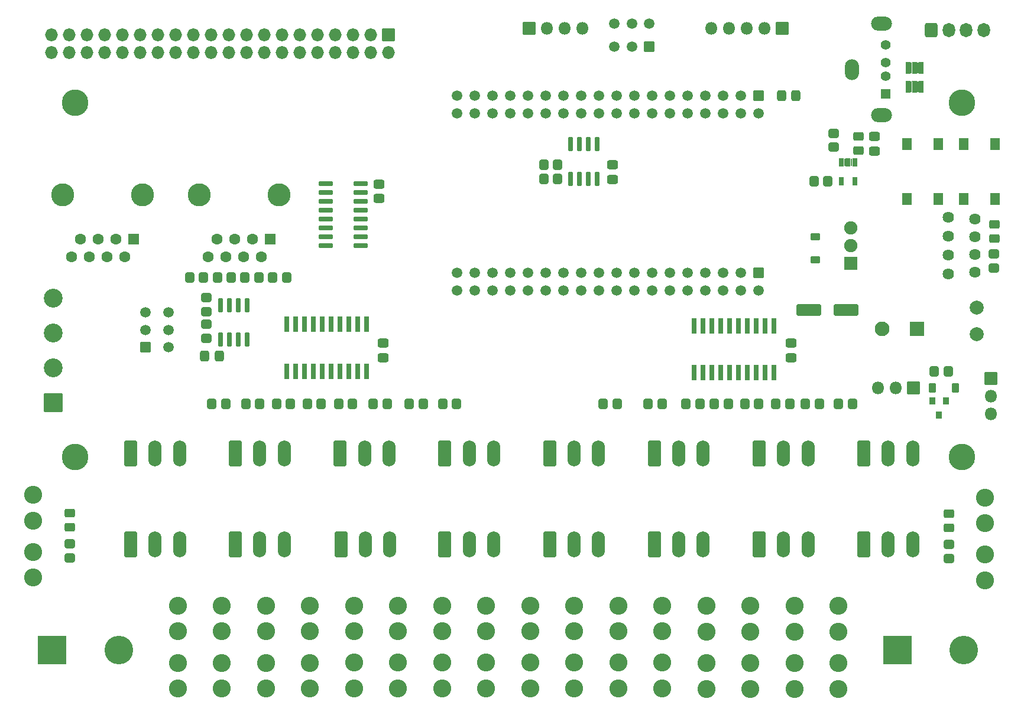
<source format=gbr>
%TF.GenerationSoftware,KiCad,Pcbnew,(6.0.5)*%
%TF.CreationDate,2022-06-04T16:09:32-04:00*%
%TF.ProjectId,PB_16,50425f31-362e-46b6-9963-61645f706362,v2.1*%
%TF.SameCoordinates,Original*%
%TF.FileFunction,Soldermask,Top*%
%TF.FilePolarity,Negative*%
%FSLAX46Y46*%
G04 Gerber Fmt 4.6, Leading zero omitted, Abs format (unit mm)*
G04 Created by KiCad (PCBNEW (6.0.5)) date 2022-06-04 16:09:32*
%MOMM*%
%LPD*%
G01*
G04 APERTURE LIST*
G04 Aperture macros list*
%AMRoundRect*
0 Rectangle with rounded corners*
0 $1 Rounding radius*
0 $2 $3 $4 $5 $6 $7 $8 $9 X,Y pos of 4 corners*
0 Add a 4 corners polygon primitive as box body*
4,1,4,$2,$3,$4,$5,$6,$7,$8,$9,$2,$3,0*
0 Add four circle primitives for the rounded corners*
1,1,$1+$1,$2,$3*
1,1,$1+$1,$4,$5*
1,1,$1+$1,$6,$7*
1,1,$1+$1,$8,$9*
0 Add four rect primitives between the rounded corners*
20,1,$1+$1,$2,$3,$4,$5,0*
20,1,$1+$1,$4,$5,$6,$7,0*
20,1,$1+$1,$6,$7,$8,$9,0*
20,1,$1+$1,$8,$9,$2,$3,0*%
G04 Aperture macros list end*
%ADD10RoundRect,0.301000X0.337500X0.475000X-0.337500X0.475000X-0.337500X-0.475000X0.337500X-0.475000X0*%
%ADD11C,2.577000*%
%ADD12RoundRect,0.301000X-0.650000X-1.550000X0.650000X-1.550000X0.650000X1.550000X-0.650000X1.550000X0*%
%ADD13O,1.902000X3.702000*%
%ADD14C,3.802000*%
%ADD15RoundRect,0.051000X-0.279400X1.079500X-0.279400X-1.079500X0.279400X-1.079500X0.279400X1.079500X0*%
%ADD16RoundRect,0.300999X-0.450001X0.325001X-0.450001X-0.325001X0.450001X-0.325001X0.450001X0.325001X0*%
%ADD17RoundRect,0.301000X-0.450000X0.350000X-0.450000X-0.350000X0.450000X-0.350000X0.450000X0.350000X0*%
%ADD18RoundRect,0.051000X-0.850000X0.850000X-0.850000X-0.850000X0.850000X-0.850000X0.850000X0.850000X0*%
%ADD19O,1.802000X1.802000*%
%ADD20RoundRect,0.051000X-0.850000X-0.850000X0.850000X-0.850000X0.850000X0.850000X-0.850000X0.850000X0*%
%ADD21RoundRect,0.051000X0.650000X-0.650000X0.650000X0.650000X-0.650000X0.650000X-0.650000X-0.650000X0*%
%ADD22C,1.402000*%
%ADD23O,2.002000X3.002000*%
%ADD24O,3.002000X2.002000*%
%ADD25RoundRect,0.301000X0.350000X0.450000X-0.350000X0.450000X-0.350000X-0.450000X0.350000X-0.450000X0*%
%ADD26RoundRect,0.301000X0.475000X-0.337500X0.475000X0.337500X-0.475000X0.337500X-0.475000X-0.337500X0*%
%ADD27RoundRect,0.070000X0.300000X0.525000X-0.300000X0.525000X-0.300000X-0.525000X0.300000X-0.525000X0*%
%ADD28RoundRect,0.301000X-0.475000X0.337500X-0.475000X-0.337500X0.475000X-0.337500X0.475000X0.337500X0*%
%ADD29RoundRect,0.201000X0.150000X-0.825000X0.150000X0.825000X-0.150000X0.825000X-0.150000X-0.825000X0*%
%ADD30RoundRect,0.201000X-0.150000X0.825000X-0.150000X-0.825000X0.150000X-0.825000X0.150000X0.825000X0*%
%ADD31RoundRect,0.301000X1.500000X0.550000X-1.500000X0.550000X-1.500000X-0.550000X1.500000X-0.550000X0*%
%ADD32RoundRect,0.051000X1.000000X1.000000X-1.000000X1.000000X-1.000000X-1.000000X1.000000X-1.000000X0*%
%ADD33C,2.102000*%
%ADD34RoundRect,0.300999X0.450001X-0.325001X0.450001X0.325001X-0.450001X0.325001X-0.450001X-0.325001X0*%
%ADD35RoundRect,0.301000X0.450000X-0.350000X0.450000X0.350000X-0.450000X0.350000X-0.450000X-0.350000X0*%
%ADD36RoundRect,0.051000X-0.900000X0.900000X-0.900000X-0.900000X0.900000X-0.900000X0.900000X0.900000X0*%
%ADD37C,1.902000*%
%ADD38C,1.626000*%
%ADD39RoundRect,0.051000X-0.600000X0.450000X-0.600000X-0.450000X0.600000X-0.450000X0.600000X0.450000X0*%
%ADD40RoundRect,0.301000X-0.337500X-0.475000X0.337500X-0.475000X0.337500X0.475000X-0.337500X0.475000X0*%
%ADD41RoundRect,0.051000X1.300000X-1.300000X1.300000X1.300000X-1.300000X1.300000X-1.300000X-1.300000X0*%
%ADD42C,2.702000*%
%ADD43RoundRect,0.051000X-0.704000X0.704000X-0.704000X-0.704000X0.704000X-0.704000X0.704000X0.704000X0*%
%ADD44C,1.510000*%
%ADD45RoundRect,0.051000X-0.863600X0.863600X-0.863600X-0.863600X0.863600X-0.863600X0.863600X0.863600X0*%
%ADD46O,1.829200X1.829200*%
%ADD47RoundRect,0.051000X0.850000X-0.850000X0.850000X0.850000X-0.850000X0.850000X-0.850000X-0.850000X0*%
%ADD48RoundRect,0.051000X0.700000X0.700000X-0.700000X0.700000X-0.700000X-0.700000X0.700000X-0.700000X0*%
%ADD49C,1.502000*%
%ADD50C,3.302000*%
%ADD51RoundRect,0.051000X0.750000X0.750000X-0.750000X0.750000X-0.750000X-0.750000X0.750000X-0.750000X0*%
%ADD52C,1.602000*%
%ADD53RoundRect,0.051000X-0.450000X-0.600000X0.450000X-0.600000X0.450000X0.600000X-0.450000X0.600000X0*%
%ADD54RoundRect,0.051000X-0.400000X0.450000X-0.400000X-0.450000X0.400000X-0.450000X0.400000X0.450000X0*%
%ADD55RoundRect,0.301000X-0.350000X-0.450000X0.350000X-0.450000X0.350000X0.450000X-0.350000X0.450000X0*%
%ADD56RoundRect,0.051000X-2.000000X-2.000000X2.000000X-2.000000X2.000000X2.000000X-2.000000X2.000000X0*%
%ADD57C,4.102000*%
%ADD58RoundRect,0.201000X-0.825000X-0.150000X0.825000X-0.150000X0.825000X0.150000X-0.825000X0.150000X0*%
%ADD59C,2.006000*%
%ADD60RoundRect,0.051000X0.700000X-0.700000X0.700000X0.700000X-0.700000X0.700000X-0.700000X-0.700000X0*%
%ADD61RoundRect,0.051000X-0.325000X0.780000X-0.325000X-0.780000X0.325000X-0.780000X0.325000X0.780000X0*%
%ADD62RoundRect,0.301000X-0.600000X-0.725000X0.600000X-0.725000X0.600000X0.725000X-0.600000X0.725000X0*%
%ADD63O,1.802000X2.052000*%
%ADD64RoundRect,0.051000X0.650000X-0.775000X0.650000X0.775000X-0.650000X0.775000X-0.650000X-0.775000X0*%
G04 APERTURE END LIST*
D10*
%TO.C,C7*%
X101770300Y-102612600D03*
X99695300Y-102612600D03*
%TD*%
D11*
%TO.C,F17*%
X75178800Y-134402600D03*
X75178800Y-130702600D03*
X75178800Y-126202600D03*
X75178800Y-122502600D03*
%TD*%
D12*
%TO.C,J2*%
X89100000Y-129600000D03*
D13*
X92600000Y-129600000D03*
X96100000Y-129600000D03*
%TD*%
D12*
%TO.C,J5*%
X119100000Y-116600000D03*
D13*
X122600000Y-116600000D03*
X126100000Y-116600000D03*
%TD*%
D12*
%TO.C,J6*%
X119214342Y-129600000D03*
D13*
X122714342Y-129600000D03*
X126214342Y-129600000D03*
%TD*%
D12*
%TO.C,J7*%
X134100000Y-116600000D03*
D13*
X137600000Y-116600000D03*
X141100000Y-116600000D03*
%TD*%
D12*
%TO.C,J8*%
X134100000Y-129600000D03*
D13*
X137600000Y-129600000D03*
X141100000Y-129600000D03*
%TD*%
D12*
%TO.C,J9*%
X149100000Y-116600000D03*
D13*
X152600000Y-116600000D03*
X156100000Y-116600000D03*
%TD*%
D12*
%TO.C,J10*%
X149100000Y-129600000D03*
D13*
X152600000Y-129600000D03*
X156100000Y-129600000D03*
%TD*%
D12*
%TO.C,J11*%
X164100000Y-116600000D03*
D13*
X167600000Y-116600000D03*
X171100000Y-116600000D03*
%TD*%
D12*
%TO.C,J12*%
X164100000Y-129600000D03*
D13*
X167600000Y-129600000D03*
X171100000Y-129600000D03*
%TD*%
D12*
%TO.C,J13*%
X179100000Y-116600000D03*
D13*
X182600000Y-116600000D03*
X186100000Y-116600000D03*
%TD*%
D12*
%TO.C,J14*%
X179100000Y-129600000D03*
D13*
X182600000Y-129600000D03*
X186100000Y-129600000D03*
%TD*%
D12*
%TO.C,J15*%
X194100000Y-116600000D03*
D13*
X197600000Y-116600000D03*
X201100000Y-116600000D03*
%TD*%
D12*
%TO.C,J16*%
X194100000Y-129600000D03*
D13*
X197600000Y-129600000D03*
X201100000Y-129600000D03*
%TD*%
D11*
%TO.C,F1*%
X95878800Y-150302600D03*
X95878800Y-146602600D03*
X95878800Y-142102600D03*
X95878800Y-138402600D03*
%TD*%
%TO.C,F7*%
X133718796Y-150298600D03*
X133718796Y-146598600D03*
X133718796Y-142098600D03*
X133718796Y-138398600D03*
%TD*%
D14*
%TO.C,REF\u002A\u002A*%
X208127600Y-117118600D03*
%TD*%
D11*
%TO.C,F2*%
X102185466Y-150302600D03*
X102185466Y-146602600D03*
X102185466Y-142102600D03*
X102185466Y-138402600D03*
%TD*%
%TO.C,F6*%
X127412130Y-150298600D03*
X127412130Y-146598600D03*
X127412130Y-142098600D03*
X127412130Y-138398600D03*
%TD*%
%TO.C,F8*%
X140025462Y-150298600D03*
X140025462Y-146598600D03*
X140025462Y-142098600D03*
X140025462Y-138398600D03*
%TD*%
%TO.C,F9*%
X146332128Y-150298600D03*
X146332128Y-146598600D03*
X146332128Y-142098600D03*
X146332128Y-138398600D03*
%TD*%
%TO.C,F10*%
X152638794Y-150298600D03*
X152638794Y-146598600D03*
X152638794Y-142098600D03*
X152638794Y-138398600D03*
%TD*%
%TO.C,F5*%
X121105464Y-150298600D03*
X121105464Y-146598600D03*
X121105464Y-142098600D03*
X121105464Y-138398600D03*
%TD*%
%TO.C,F3*%
X108492132Y-150303600D03*
X108492132Y-146603600D03*
X108492132Y-142103600D03*
X108492132Y-138403600D03*
%TD*%
%TO.C,F11*%
X158945460Y-150298600D03*
X158945460Y-146598600D03*
X158945460Y-142098600D03*
X158945460Y-138398600D03*
%TD*%
%TO.C,F4*%
X114798798Y-150303600D03*
X114798798Y-146603600D03*
X114798798Y-142103600D03*
X114798798Y-138403600D03*
%TD*%
D12*
%TO.C,J1*%
X89100000Y-116600000D03*
D13*
X92600000Y-116600000D03*
X96100000Y-116600000D03*
%TD*%
D12*
%TO.C,J3*%
X104100000Y-116600000D03*
D13*
X107600000Y-116600000D03*
X111100000Y-116600000D03*
%TD*%
D12*
%TO.C,J4*%
X104100000Y-129600000D03*
D13*
X107600000Y-129600000D03*
X111100000Y-129600000D03*
%TD*%
D11*
%TO.C,F12*%
X165252126Y-150294800D03*
X165252126Y-146594800D03*
X165252126Y-142094800D03*
X165252126Y-138394800D03*
%TD*%
D14*
%TO.C,REF\u002A\u002A*%
X81127600Y-66318600D03*
%TD*%
%TO.C,REF\u002A\u002A*%
X208127600Y-66318600D03*
%TD*%
D15*
%TO.C,U4*%
X122881600Y-98066000D03*
X121611600Y-98066000D03*
X120341600Y-98066000D03*
X119071600Y-98066000D03*
X117801600Y-98066000D03*
X116531600Y-98066000D03*
X115261600Y-98066000D03*
X113991600Y-98066000D03*
X112721600Y-98066000D03*
X111451600Y-98066000D03*
X111451600Y-104822400D03*
X112721600Y-104822400D03*
X113991600Y-104822400D03*
X115261600Y-104822400D03*
X116531600Y-104822400D03*
X117801600Y-104822400D03*
X119071600Y-104822400D03*
X120341600Y-104822400D03*
X121611600Y-104822400D03*
X122881600Y-104822400D03*
%TD*%
D16*
%TO.C,D1*%
X80413800Y-125108000D03*
X80413800Y-127158000D03*
%TD*%
%TO.C,D2*%
X206320600Y-125209600D03*
X206320600Y-127259600D03*
%TD*%
D14*
%TO.C,REF\u002A\u002A*%
X81127600Y-117118600D03*
%TD*%
D17*
%TO.C,R1*%
X80413800Y-129552600D03*
X80413800Y-131552600D03*
%TD*%
%TO.C,R2*%
X206320600Y-129654200D03*
X206320600Y-131654200D03*
%TD*%
D18*
%TO.C,J23*%
X201178800Y-107202600D03*
D19*
X198638800Y-107202600D03*
X196098800Y-107202600D03*
%TD*%
D11*
%TO.C,F18*%
X211426000Y-134802600D03*
X211426000Y-131102600D03*
X211426000Y-126602600D03*
X211426000Y-122902600D03*
%TD*%
D20*
%TO.C,J29*%
X212278800Y-105813000D03*
D19*
X212278800Y-108353000D03*
X212278800Y-110893000D03*
%TD*%
D21*
%TO.C,J19*%
X197202600Y-65020720D03*
D22*
X197202600Y-62520720D03*
X197202600Y-60520720D03*
X197202600Y-58020720D03*
D23*
X192422600Y-61520720D03*
D24*
X196602600Y-68090720D03*
X196602600Y-54950720D03*
%TD*%
D25*
%TO.C,R29*%
X188956400Y-77563120D03*
X186956400Y-77563120D03*
%TD*%
D16*
%TO.C,FB1*%
X193302600Y-71145720D03*
X193302600Y-73195720D03*
%TD*%
D17*
%TO.C,R30*%
X189759800Y-70670320D03*
X189759800Y-72670320D03*
%TD*%
D26*
%TO.C,C9*%
X195602600Y-73208220D03*
X195602600Y-71133220D03*
%TD*%
D27*
%TO.C,U8*%
X192792600Y-74816120D03*
X191842600Y-74816120D03*
X190892600Y-74816120D03*
X190892600Y-77516120D03*
X192792600Y-77516120D03*
%TD*%
D28*
%TO.C,C5*%
X125269200Y-100787700D03*
X125269200Y-102862700D03*
%TD*%
D29*
%TO.C,U6*%
X101957000Y-100261600D03*
X103227000Y-100261600D03*
X104497000Y-100261600D03*
X105767000Y-100261600D03*
X105767000Y-95311600D03*
X104497000Y-95311600D03*
X103227000Y-95311600D03*
X101957000Y-95311600D03*
%TD*%
D26*
%TO.C,C3*%
X158121040Y-77276580D03*
X158121040Y-75201580D03*
%TD*%
D25*
%TO.C,R6*%
X150248800Y-75202600D03*
X148248800Y-75202600D03*
%TD*%
D30*
%TO.C,U2*%
X155926040Y-72264080D03*
X154656040Y-72264080D03*
X153386040Y-72264080D03*
X152116040Y-72264080D03*
X152116040Y-77214080D03*
X153386040Y-77214080D03*
X154656040Y-77214080D03*
X155926040Y-77214080D03*
%TD*%
D25*
%TO.C,R5*%
X150248800Y-77202600D03*
X148248800Y-77202600D03*
%TD*%
D31*
%TO.C,C2*%
X191578800Y-96052600D03*
X186178800Y-96052600D03*
%TD*%
D32*
%TO.C,C1*%
X201678800Y-98735800D03*
D33*
X196678800Y-98735800D03*
%TD*%
D34*
%TO.C,D3*%
X212773800Y-85777600D03*
X212773800Y-83727600D03*
%TD*%
D35*
%TO.C,R3*%
X212748800Y-90002600D03*
X212748800Y-88002600D03*
%TD*%
D36*
%TO.C,U1*%
X192256800Y-89317600D03*
D37*
X192256800Y-86777600D03*
X192256800Y-84237600D03*
D38*
X210036800Y-82967600D03*
X210036800Y-85507600D03*
X210036800Y-88047600D03*
X210036800Y-90587600D03*
X206226800Y-82735660D03*
X206226800Y-85430600D03*
X206226800Y-88124600D03*
X206226800Y-90819540D03*
%TD*%
D39*
%TO.C,D5*%
X187123800Y-85527600D03*
X187123800Y-88827600D03*
%TD*%
D40*
%TO.C,C4*%
X182321500Y-65284760D03*
X184396500Y-65284760D03*
%TD*%
D17*
%TO.C,R28*%
X99970800Y-98056600D03*
X99970800Y-100056600D03*
%TD*%
D41*
%TO.C,J22*%
X78028800Y-109302600D03*
D42*
X78028800Y-104302600D03*
X78028800Y-99302600D03*
X78028800Y-94302600D03*
%TD*%
D35*
%TO.C,R23*%
X99978800Y-96252600D03*
X99978800Y-94252600D03*
%TD*%
D43*
%TO.C,U3*%
X179000360Y-65274600D03*
D44*
X179000360Y-67814600D03*
X176460360Y-65274600D03*
X176460360Y-67814600D03*
X173920360Y-65274600D03*
X173920360Y-67814600D03*
X171380360Y-65274600D03*
X171380360Y-67814600D03*
X168840360Y-65274600D03*
X168840360Y-67814600D03*
X166300360Y-65274600D03*
X166300360Y-67814600D03*
X163760360Y-65274600D03*
X163760360Y-67814600D03*
X161220360Y-65274600D03*
X161220360Y-67814600D03*
X158680360Y-65274600D03*
X158680360Y-67814600D03*
X156140360Y-65274600D03*
X156140360Y-67814600D03*
X153600360Y-65274600D03*
X153600360Y-67814600D03*
X151060360Y-65274600D03*
X151060360Y-67814600D03*
X148520360Y-65274600D03*
X148520360Y-67814600D03*
X145980360Y-65274600D03*
X145980360Y-67814600D03*
X143440360Y-65274600D03*
X143440360Y-67814600D03*
X140900360Y-65274600D03*
X140900360Y-67814600D03*
X138360360Y-65274600D03*
X138360360Y-67814600D03*
X135820360Y-65274600D03*
X135820360Y-67814600D03*
D43*
X179000360Y-90674600D03*
D44*
X179000360Y-93214600D03*
X176460360Y-90674600D03*
X176460360Y-93214600D03*
X173920360Y-90674600D03*
X173920360Y-93214600D03*
X171380360Y-90674600D03*
X171380360Y-93214600D03*
X168840360Y-90674600D03*
X168840360Y-93214600D03*
X166300360Y-90674600D03*
X166300360Y-93214600D03*
X163760360Y-90674600D03*
X163760360Y-93214600D03*
X161220360Y-90674600D03*
X161220360Y-93214600D03*
X158680360Y-90674600D03*
X158680360Y-93214600D03*
X156140360Y-90674600D03*
X156140360Y-93214600D03*
X153600360Y-90674600D03*
X153600360Y-93214600D03*
X151060360Y-90674600D03*
X151060360Y-93214600D03*
X148520360Y-90674600D03*
X148520360Y-93214600D03*
X145980360Y-90674600D03*
X145980360Y-93214600D03*
X143440360Y-90674600D03*
X143440360Y-93214600D03*
X140900360Y-90674600D03*
X140900360Y-93214600D03*
X138360360Y-90674600D03*
X138360360Y-93214600D03*
X135820360Y-90674600D03*
X135820360Y-93214600D03*
%TD*%
D45*
%TO.C,J24*%
X126039920Y-56545560D03*
D46*
X126039920Y-59085560D03*
X123499920Y-56545560D03*
X123499920Y-59085560D03*
X120959920Y-56545560D03*
X120959920Y-59085560D03*
X118419920Y-56545560D03*
X118419920Y-59085560D03*
X115879920Y-56545560D03*
X115879920Y-59085560D03*
X113339920Y-56545560D03*
X113339920Y-59085560D03*
X110799920Y-56545560D03*
X110799920Y-59085560D03*
X108259920Y-56545560D03*
X108259920Y-59085560D03*
X105719920Y-56545560D03*
X105719920Y-59085560D03*
X103179920Y-56545560D03*
X103179920Y-59085560D03*
X100639920Y-56545560D03*
X100639920Y-59085560D03*
X98099920Y-56545560D03*
X98099920Y-59085560D03*
X95559920Y-56545560D03*
X95559920Y-59085560D03*
X93019920Y-56545560D03*
X93019920Y-59085560D03*
X90479920Y-56545560D03*
X90479920Y-59085560D03*
X87939920Y-56545560D03*
X87939920Y-59085560D03*
X85399920Y-56545560D03*
X85399920Y-59085560D03*
X82859920Y-56545560D03*
X82859920Y-59085560D03*
X80319920Y-56545560D03*
X80319920Y-59085560D03*
X77779920Y-56545560D03*
X77779920Y-59085560D03*
%TD*%
D15*
%TO.C,U5*%
X181184760Y-98274280D03*
X179914760Y-98274280D03*
X178644760Y-98274280D03*
X177374760Y-98274280D03*
X176104760Y-98274280D03*
X174834760Y-98274280D03*
X173564760Y-98274280D03*
X172294760Y-98274280D03*
X171024760Y-98274280D03*
X169754760Y-98274280D03*
X169754760Y-105030680D03*
X171024760Y-105030680D03*
X172294760Y-105030680D03*
X173564760Y-105030680D03*
X174834760Y-105030680D03*
X176104760Y-105030680D03*
X177374760Y-105030680D03*
X178644760Y-105030680D03*
X179914760Y-105030680D03*
X181184760Y-105030680D03*
%TD*%
D18*
%TO.C,J25*%
X182387680Y-55625840D03*
D19*
X179847680Y-55625840D03*
X177307680Y-55625840D03*
X174767680Y-55625840D03*
X172227680Y-55625840D03*
%TD*%
D47*
%TO.C,J26*%
X146197680Y-55625840D03*
D19*
X148737680Y-55625840D03*
X151277680Y-55625840D03*
X153817680Y-55625840D03*
%TD*%
D48*
%TO.C,SW3*%
X163398800Y-58272600D03*
D49*
X160898800Y-58272600D03*
X158398800Y-58272600D03*
X163398800Y-54972600D03*
X160898800Y-54972600D03*
X158398800Y-54972600D03*
%TD*%
D28*
%TO.C,C6*%
X183699360Y-100762300D03*
X183699360Y-102837300D03*
%TD*%
D50*
%TO.C,J20*%
X79396800Y-79493520D03*
X90826800Y-79493520D03*
D51*
X89556800Y-85843520D03*
D52*
X88286800Y-88383520D03*
X87016800Y-85843520D03*
X85746800Y-88383520D03*
X84476800Y-85843520D03*
X83206800Y-88383520D03*
X81936800Y-85843520D03*
X80666800Y-88383520D03*
%TD*%
D50*
%TO.C,J21*%
X110364400Y-79493520D03*
X98934400Y-79493520D03*
D51*
X109094400Y-85843520D03*
D52*
X107824400Y-88383520D03*
X106554400Y-85843520D03*
X105284400Y-88383520D03*
X104014400Y-85843520D03*
X102744400Y-88383520D03*
X101474400Y-85843520D03*
X100204400Y-88383520D03*
%TD*%
D53*
%TO.C,D4*%
X203928800Y-107152600D03*
X207228800Y-107152600D03*
%TD*%
D54*
%TO.C,Q1*%
X205828800Y-109052600D03*
X203928800Y-109052600D03*
X204878800Y-111052600D03*
%TD*%
D55*
%TO.C,R4*%
X204178800Y-104852600D03*
X206178800Y-104852600D03*
%TD*%
D56*
%TO.C,J18*%
X198878800Y-144752600D03*
D57*
X208378800Y-144752600D03*
%TD*%
D11*
%TO.C,F13*%
X171558792Y-150363600D03*
X171558792Y-146663600D03*
X171558792Y-142163600D03*
X171558792Y-138463600D03*
%TD*%
%TO.C,F14*%
X177865458Y-150363600D03*
X177865458Y-146663600D03*
X177865458Y-142163600D03*
X177865458Y-138463600D03*
%TD*%
%TO.C,F15*%
X184172124Y-150363600D03*
X184172124Y-146663600D03*
X184172124Y-142163600D03*
X184172124Y-138463600D03*
%TD*%
%TO.C,F16*%
X190478800Y-150363600D03*
X190478800Y-146663600D03*
X190478800Y-142163600D03*
X190478800Y-138463600D03*
%TD*%
D56*
%TO.C,J17*%
X77878800Y-144752600D03*
D57*
X87378800Y-144752600D03*
%TD*%
D28*
%TO.C,C8*%
X124678800Y-77940100D03*
X124678800Y-80015100D03*
%TD*%
D55*
%TO.C,R27*%
X97553800Y-91327600D03*
X99553800Y-91327600D03*
%TD*%
D25*
%TO.C,R25*%
X103528800Y-91327600D03*
X101528800Y-91327600D03*
%TD*%
D58*
%TO.C,U7*%
X117053800Y-77932600D03*
X117053800Y-79202600D03*
X117053800Y-80472600D03*
X117053800Y-81742600D03*
X117053800Y-83012600D03*
X117053800Y-84282600D03*
X117053800Y-85552600D03*
X117053800Y-86822600D03*
X122003800Y-86822600D03*
X122003800Y-85552600D03*
X122003800Y-84282600D03*
X122003800Y-83012600D03*
X122003800Y-81742600D03*
X122003800Y-80472600D03*
X122003800Y-79202600D03*
X122003800Y-77932600D03*
%TD*%
D25*
%TO.C,R26*%
X111453800Y-91327600D03*
X109453800Y-91327600D03*
%TD*%
D55*
%TO.C,R24*%
X105453800Y-91327600D03*
X107453800Y-91327600D03*
%TD*%
D59*
%TO.C,J28*%
X210229259Y-99458160D03*
X210229259Y-95648160D03*
%TD*%
D60*
%TO.C,SW4*%
X91248800Y-101362600D03*
D49*
X91248800Y-98862600D03*
X91248800Y-96362600D03*
X94548800Y-101362600D03*
X94548800Y-98862600D03*
X94548800Y-96362600D03*
%TD*%
D61*
%TO.C,U9*%
X202318800Y-61292600D03*
X201368800Y-61292600D03*
X200418800Y-61292600D03*
X200418800Y-63992600D03*
X201368800Y-63992600D03*
X202318800Y-63992600D03*
%TD*%
D62*
%TO.C,J27*%
X203760280Y-55861360D03*
D63*
X206260280Y-55861360D03*
X208760280Y-55861360D03*
X211260280Y-55861360D03*
%TD*%
D64*
%TO.C,SW1*%
X200248800Y-72182600D03*
X200248800Y-80132600D03*
X204748800Y-80132600D03*
X204748800Y-72182600D03*
%TD*%
%TO.C,SW2*%
X208398800Y-72182600D03*
X208398800Y-80132600D03*
X212898800Y-72182600D03*
X212898800Y-80132600D03*
%TD*%
D55*
%TO.C,R22*%
X190448800Y-109452600D03*
X192448800Y-109452600D03*
%TD*%
D25*
%TO.C,R15*%
X158748800Y-109452600D03*
X156748800Y-109452600D03*
%TD*%
D55*
%TO.C,R14*%
X133798800Y-109452600D03*
X135798800Y-109452600D03*
%TD*%
%TO.C,R20*%
X181498800Y-109452600D03*
X183498800Y-109452600D03*
%TD*%
D25*
%TO.C,R16*%
X165198800Y-109452600D03*
X163198800Y-109452600D03*
%TD*%
%TO.C,R17*%
X170648800Y-109452600D03*
X168648800Y-109452600D03*
%TD*%
D55*
%TO.C,R19*%
X177048800Y-109452600D03*
X179048800Y-109452600D03*
%TD*%
%TO.C,R10*%
X114398800Y-109452600D03*
X116398800Y-109452600D03*
%TD*%
%TO.C,R13*%
X128998800Y-109452600D03*
X130998800Y-109452600D03*
%TD*%
%TO.C,R21*%
X185748800Y-109452600D03*
X187748800Y-109452600D03*
%TD*%
%TO.C,R18*%
X172698800Y-109452600D03*
X174698800Y-109452600D03*
%TD*%
%TO.C,R12*%
X123848800Y-109452600D03*
X125848800Y-109452600D03*
%TD*%
D25*
%TO.C,R7*%
X102748800Y-109502600D03*
X100748800Y-109502600D03*
%TD*%
%TO.C,R9*%
X111998800Y-109452600D03*
X109998800Y-109452600D03*
%TD*%
D55*
%TO.C,R11*%
X118898800Y-109452600D03*
X120898800Y-109452600D03*
%TD*%
D25*
%TO.C,R8*%
X107598800Y-109502600D03*
X105598800Y-109502600D03*
%TD*%
G36*
X191478497Y-74269604D02*
G01*
X191478665Y-74270879D01*
X191474600Y-74291319D01*
X191474600Y-75340921D01*
X191478665Y-75361361D01*
X191478022Y-75363255D01*
X191476060Y-75363645D01*
X191475040Y-75362862D01*
X191470031Y-75355365D01*
X191416654Y-75310758D01*
X191347939Y-75302127D01*
X191285309Y-75332092D01*
X191265261Y-75355227D01*
X191260160Y-75362862D01*
X191258366Y-75363747D01*
X191256703Y-75362636D01*
X191256535Y-75361361D01*
X191260600Y-75340921D01*
X191260600Y-74291319D01*
X191256535Y-74270879D01*
X191257178Y-74268985D01*
X191259140Y-74268595D01*
X191260160Y-74269378D01*
X191265169Y-74276875D01*
X191318546Y-74321482D01*
X191387261Y-74330113D01*
X191449891Y-74300148D01*
X191469939Y-74277013D01*
X191475040Y-74269378D01*
X191476834Y-74268493D01*
X191478497Y-74269604D01*
G37*
G36*
X192428497Y-74269604D02*
G01*
X192428665Y-74270879D01*
X192424600Y-74291319D01*
X192424600Y-75340921D01*
X192428665Y-75361361D01*
X192428022Y-75363255D01*
X192426060Y-75363645D01*
X192425040Y-75362862D01*
X192420031Y-75355365D01*
X192366654Y-75310758D01*
X192297939Y-75302127D01*
X192235309Y-75332092D01*
X192215261Y-75355227D01*
X192210160Y-75362862D01*
X192208366Y-75363747D01*
X192206703Y-75362636D01*
X192206535Y-75361361D01*
X192210600Y-75340921D01*
X192210600Y-74291319D01*
X192206535Y-74270879D01*
X192207178Y-74268985D01*
X192209140Y-74268595D01*
X192210160Y-74269378D01*
X192215169Y-74276875D01*
X192268546Y-74321482D01*
X192337261Y-74330113D01*
X192399891Y-74300148D01*
X192419939Y-74277013D01*
X192425040Y-74269378D01*
X192426834Y-74268493D01*
X192428497Y-74269604D01*
G37*
G36*
X200793067Y-63195901D02*
G01*
X200844746Y-63239089D01*
X200913461Y-63247720D01*
X200976091Y-63217756D01*
X200994148Y-63196918D01*
X200996038Y-63196264D01*
X200997549Y-63197574D01*
X200997621Y-63198618D01*
X200994800Y-63212799D01*
X200994800Y-64772401D01*
X200997778Y-64787374D01*
X200997135Y-64789268D01*
X200995173Y-64789658D01*
X200994533Y-64789299D01*
X200942854Y-64746111D01*
X200874139Y-64737480D01*
X200811509Y-64767444D01*
X200793452Y-64788282D01*
X200791562Y-64788936D01*
X200790051Y-64787626D01*
X200789979Y-64786582D01*
X200792800Y-64772401D01*
X200792800Y-63212799D01*
X200789822Y-63197826D01*
X200790465Y-63195932D01*
X200792427Y-63195542D01*
X200793067Y-63195901D01*
G37*
G36*
X201743067Y-63195901D02*
G01*
X201794746Y-63239089D01*
X201863461Y-63247720D01*
X201926091Y-63217756D01*
X201944148Y-63196918D01*
X201946038Y-63196264D01*
X201947549Y-63197574D01*
X201947621Y-63198618D01*
X201944800Y-63212799D01*
X201944800Y-64772401D01*
X201947778Y-64787374D01*
X201947135Y-64789268D01*
X201945173Y-64789658D01*
X201944533Y-64789299D01*
X201892854Y-64746111D01*
X201824139Y-64737480D01*
X201761509Y-64767444D01*
X201743452Y-64788282D01*
X201741562Y-64788936D01*
X201740051Y-64787626D01*
X201739979Y-64786582D01*
X201742800Y-64772401D01*
X201742800Y-63212799D01*
X201739822Y-63197826D01*
X201740465Y-63195932D01*
X201742427Y-63195542D01*
X201743067Y-63195901D01*
G37*
G36*
X200793067Y-60495901D02*
G01*
X200844746Y-60539089D01*
X200913461Y-60547720D01*
X200976091Y-60517756D01*
X200994148Y-60496918D01*
X200996038Y-60496264D01*
X200997549Y-60497574D01*
X200997621Y-60498618D01*
X200994800Y-60512799D01*
X200994800Y-62072401D01*
X200997778Y-62087374D01*
X200997135Y-62089268D01*
X200995173Y-62089658D01*
X200994533Y-62089299D01*
X200942854Y-62046111D01*
X200874139Y-62037480D01*
X200811509Y-62067444D01*
X200793452Y-62088282D01*
X200791562Y-62088936D01*
X200790051Y-62087626D01*
X200789979Y-62086582D01*
X200792800Y-62072401D01*
X200792800Y-60512799D01*
X200789822Y-60497826D01*
X200790465Y-60495932D01*
X200792427Y-60495542D01*
X200793067Y-60495901D01*
G37*
G36*
X201743067Y-60495901D02*
G01*
X201794746Y-60539089D01*
X201863461Y-60547720D01*
X201926091Y-60517756D01*
X201944148Y-60496918D01*
X201946038Y-60496264D01*
X201947549Y-60497574D01*
X201947621Y-60498618D01*
X201944800Y-60512799D01*
X201944800Y-62072401D01*
X201947778Y-62087374D01*
X201947135Y-62089268D01*
X201945173Y-62089658D01*
X201944533Y-62089299D01*
X201892854Y-62046111D01*
X201824139Y-62037480D01*
X201761509Y-62067444D01*
X201743452Y-62088282D01*
X201741562Y-62088936D01*
X201740051Y-62087626D01*
X201739979Y-62086582D01*
X201742800Y-62072401D01*
X201742800Y-60512799D01*
X201739822Y-60497826D01*
X201740465Y-60495932D01*
X201742427Y-60495542D01*
X201743067Y-60495901D01*
G37*
M02*

</source>
